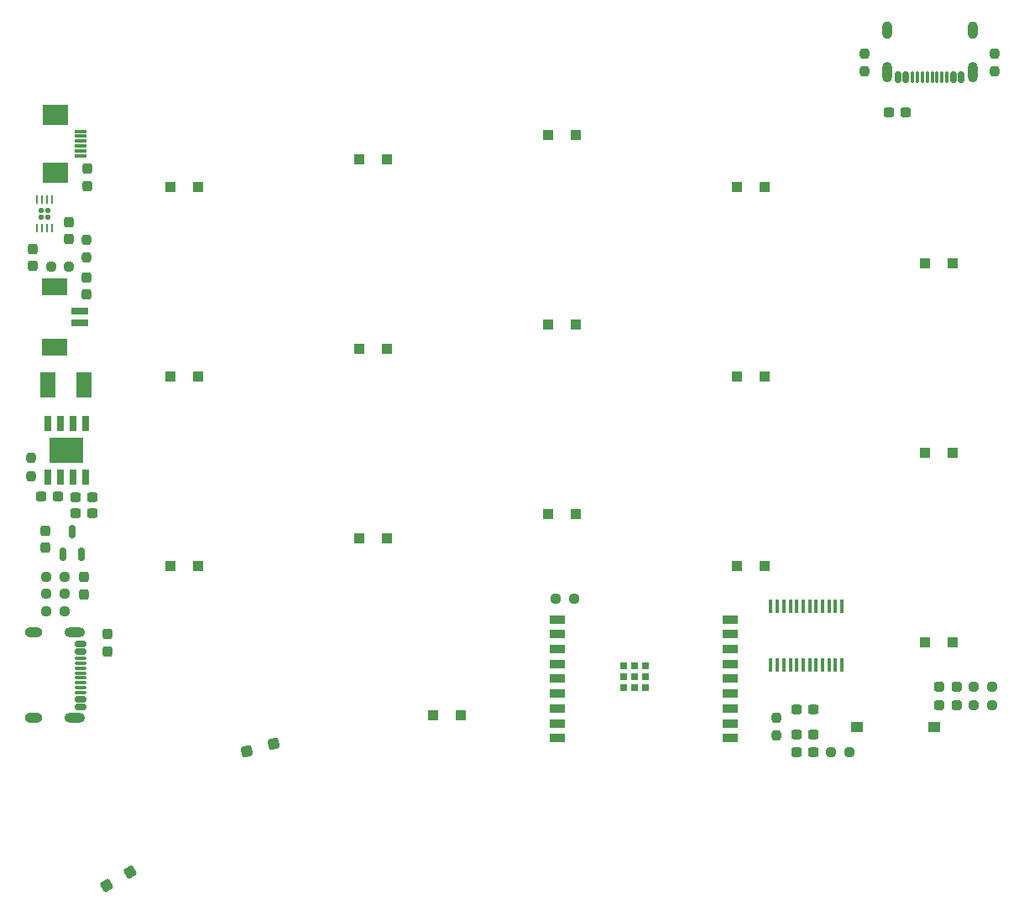
<source format=gbr>
%TF.GenerationSoftware,KiCad,Pcbnew,8.0.4*%
%TF.CreationDate,2024-08-15T01:19:59+08:00*%
%TF.ProjectId,gemini_right,67656d69-6e69-45f7-9269-6768742e6b69,rev?*%
%TF.SameCoordinates,Original*%
%TF.FileFunction,Paste,Top*%
%TF.FilePolarity,Positive*%
%FSLAX46Y46*%
G04 Gerber Fmt 4.6, Leading zero omitted, Abs format (unit mm)*
G04 Created by KiCad (PCBNEW 8.0.4) date 2024-08-15 01:19:59*
%MOMM*%
%LPD*%
G01*
G04 APERTURE LIST*
G04 Aperture macros list*
%AMRoundRect*
0 Rectangle with rounded corners*
0 $1 Rounding radius*
0 $2 $3 $4 $5 $6 $7 $8 $9 X,Y pos of 4 corners*
0 Add a 4 corners polygon primitive as box body*
4,1,4,$2,$3,$4,$5,$6,$7,$8,$9,$2,$3,0*
0 Add four circle primitives for the rounded corners*
1,1,$1+$1,$2,$3*
1,1,$1+$1,$4,$5*
1,1,$1+$1,$6,$7*
1,1,$1+$1,$8,$9*
0 Add four rect primitives between the rounded corners*
20,1,$1+$1,$2,$3,$4,$5,0*
20,1,$1+$1,$4,$5,$6,$7,0*
20,1,$1+$1,$6,$7,$8,$9,0*
20,1,$1+$1,$8,$9,$2,$3,0*%
G04 Aperture macros list end*
%ADD10RoundRect,0.250000X-0.109808X-0.409808X0.409808X-0.109808X0.109808X0.409808X-0.409808X0.109808X0*%
%ADD11RoundRect,0.140000X0.140000X-0.140000X0.140000X0.140000X-0.140000X0.140000X-0.140000X-0.140000X0*%
%ADD12RoundRect,0.062500X0.062500X-0.325000X0.062500X0.325000X-0.062500X0.325000X-0.062500X-0.325000X0*%
%ADD13R,1.250000X0.300000*%
%ADD14R,2.500000X2.000000*%
%ADD15RoundRect,0.250000X-0.300000X-0.300000X0.300000X-0.300000X0.300000X0.300000X-0.300000X0.300000X0*%
%ADD16RoundRect,0.237500X0.250000X0.237500X-0.250000X0.237500X-0.250000X-0.237500X0.250000X-0.237500X0*%
%ADD17RoundRect,0.237500X0.300000X0.237500X-0.300000X0.237500X-0.300000X-0.237500X0.300000X-0.237500X0*%
%ADD18R,0.700000X1.550000*%
%ADD19R,3.500000X2.600000*%
%ADD20RoundRect,0.237500X-0.250000X-0.237500X0.250000X-0.237500X0.250000X0.237500X-0.250000X0.237500X0*%
%ADD21RoundRect,0.237500X-0.300000X-0.237500X0.300000X-0.237500X0.300000X0.237500X-0.300000X0.237500X0*%
%ADD22RoundRect,0.150000X0.150000X-0.512500X0.150000X0.512500X-0.150000X0.512500X-0.150000X-0.512500X0*%
%ADD23RoundRect,0.237500X-0.237500X0.300000X-0.237500X-0.300000X0.237500X-0.300000X0.237500X0.300000X0*%
%ADD24R,0.450000X1.475000*%
%ADD25RoundRect,0.237500X0.237500X-0.300000X0.237500X0.300000X-0.237500X0.300000X-0.237500X-0.300000X0*%
%ADD26RoundRect,0.237500X-0.237500X0.250000X-0.237500X-0.250000X0.237500X-0.250000X0.237500X0.250000X0*%
%ADD27RoundRect,0.237500X0.287500X0.237500X-0.287500X0.237500X-0.287500X-0.237500X0.287500X-0.237500X0*%
%ADD28RoundRect,0.237500X0.237500X-0.250000X0.237500X0.250000X-0.237500X0.250000X-0.237500X-0.250000X0*%
%ADD29R,1.250000X1.000000*%
%ADD30RoundRect,0.250000X-0.212132X-0.367423X0.367423X-0.212132X0.212132X0.367423X-0.367423X0.212132X0*%
%ADD31RoundRect,0.150000X0.150000X0.425000X-0.150000X0.425000X-0.150000X-0.425000X0.150000X-0.425000X0*%
%ADD32RoundRect,0.075000X0.075000X0.500000X-0.075000X0.500000X-0.075000X-0.500000X0.075000X-0.500000X0*%
%ADD33O,1.000000X2.100000*%
%ADD34O,1.000000X1.800000*%
%ADD35R,1.500000X2.500000*%
%ADD36R,1.700000X0.700000*%
%ADD37R,2.500000X1.800000*%
%ADD38R,0.700000X0.700000*%
%ADD39R,1.500000X0.900000*%
%ADD40RoundRect,0.150000X-0.425000X0.150000X-0.425000X-0.150000X0.425000X-0.150000X0.425000X0.150000X0*%
%ADD41RoundRect,0.075000X-0.500000X0.075000X-0.500000X-0.075000X0.500000X-0.075000X0.500000X0.075000X0*%
%ADD42O,2.100000X1.000000*%
%ADD43O,1.800000X1.000000*%
G04 APERTURE END LIST*
D10*
%TO.C,D18*%
X73913787Y-127052245D03*
X76338659Y-125652245D03*
%TD*%
D11*
%TO.C,IC1*%
X67350000Y-59560000D03*
X68050000Y-59560000D03*
X67350000Y-58860000D03*
X68050000Y-58860000D03*
D12*
X66950000Y-60672500D03*
X67450000Y-60672500D03*
X67950000Y-60672500D03*
X68450000Y-60672500D03*
X68450000Y-57747500D03*
X67950000Y-57747500D03*
X67450000Y-57747500D03*
X66950000Y-57747500D03*
%TD*%
D13*
%TO.C,J1*%
X71337500Y-50875000D03*
X71337500Y-51375000D03*
X71337500Y-51875000D03*
X71337500Y-52375000D03*
X71337500Y-52875000D03*
X71337500Y-53375000D03*
D14*
X68762500Y-49185000D03*
X68762500Y-55065000D03*
%TD*%
D15*
%TO.C,D2*%
X156494228Y-83375000D03*
X159294228Y-83375000D03*
%TD*%
%TO.C,D5*%
X137494228Y-75625000D03*
X140294228Y-75625000D03*
%TD*%
D16*
%TO.C,R4*%
X121054500Y-98044000D03*
X119229500Y-98044000D03*
%TD*%
D17*
%TO.C,C8*%
X145261501Y-109220000D03*
X143536499Y-109220000D03*
%TD*%
D15*
%TO.C,D15*%
X80394228Y-94750000D03*
X83194228Y-94750000D03*
%TD*%
D17*
%TO.C,C12*%
X145261501Y-111823500D03*
X143536499Y-111823500D03*
%TD*%
D18*
%TO.C,U1*%
X71804999Y-80350000D03*
X70535000Y-80350000D03*
X69265000Y-80350000D03*
X67995001Y-80350000D03*
X67995001Y-85800000D03*
X69265000Y-85800000D03*
X70535000Y-85800000D03*
X71804999Y-85800000D03*
D19*
X69900000Y-83075000D03*
%TD*%
D20*
%TO.C,R10*%
X161428301Y-108800600D03*
X163253301Y-108800600D03*
%TD*%
D21*
%TO.C,C2*%
X70762498Y-89435000D03*
X72487500Y-89435000D03*
%TD*%
D20*
%TO.C,R9*%
X161428301Y-106965600D03*
X163253301Y-106965600D03*
%TD*%
D22*
%TO.C,U2*%
X69530001Y-93612500D03*
X71429999Y-93612500D03*
X70480000Y-91337500D03*
%TD*%
D20*
%TO.C,R8*%
X67881911Y-97570294D03*
X69706911Y-97570294D03*
%TD*%
D17*
%TO.C,C5*%
X145261501Y-113538000D03*
X143536499Y-113538000D03*
%TD*%
D15*
%TO.C,D8*%
X118444228Y-70375000D03*
X121244228Y-70375000D03*
%TD*%
%TO.C,D13*%
X80394228Y-56500000D03*
X83194228Y-56500000D03*
%TD*%
D23*
%TO.C,C11*%
X71625000Y-95893088D03*
X71625000Y-97618090D03*
%TD*%
D24*
%TO.C,IC2*%
X140951000Y-104738000D03*
X141601000Y-104738000D03*
X142251000Y-104738000D03*
X142901000Y-104738000D03*
X143551000Y-104738000D03*
X144201000Y-104738000D03*
X144851000Y-104738000D03*
X145501000Y-104738000D03*
X146151000Y-104738000D03*
X146801000Y-104738000D03*
X147451000Y-104738000D03*
X148101000Y-104738000D03*
X148101000Y-98862000D03*
X147451000Y-98862000D03*
X146801000Y-98862000D03*
X146151000Y-98862000D03*
X145501000Y-98862000D03*
X144851000Y-98862000D03*
X144201000Y-98862000D03*
X143551000Y-98862000D03*
X142901000Y-98862000D03*
X142251000Y-98862000D03*
X141601000Y-98862000D03*
X140951000Y-98862000D03*
%TD*%
D15*
%TO.C,D3*%
X156494228Y-102500000D03*
X159294228Y-102500000D03*
%TD*%
D25*
%TO.C,C6*%
X66504999Y-64487501D03*
X66504999Y-62762499D03*
%TD*%
D26*
%TO.C,R5*%
X163525001Y-43001911D03*
X163525001Y-44826911D03*
%TD*%
D15*
%TO.C,D10*%
X99444228Y-53750000D03*
X102244228Y-53750000D03*
%TD*%
D27*
%TO.C,D20*%
X159670799Y-108840600D03*
X157920801Y-108840600D03*
%TD*%
D20*
%TO.C,R7*%
X67881911Y-95835589D03*
X69706911Y-95835589D03*
%TD*%
%TO.C,R2*%
X68322500Y-64525001D03*
X70147500Y-64525001D03*
%TD*%
D25*
%TO.C,C7*%
X70164999Y-61767501D03*
X70164999Y-60042499D03*
%TD*%
D28*
%TO.C,R1*%
X66295000Y-85697498D03*
X66295000Y-83872498D03*
%TD*%
D15*
%TO.C,D7*%
X118444228Y-51250000D03*
X121244228Y-51250000D03*
%TD*%
D20*
%TO.C,R11*%
X67881911Y-99305000D03*
X69706911Y-99305000D03*
%TD*%
D29*
%TO.C,SW19*%
X149668000Y-110998000D03*
X157418000Y-110998000D03*
%TD*%
D15*
%TO.C,D12*%
X99444228Y-92000000D03*
X102244228Y-92000000D03*
%TD*%
%TO.C,D14*%
X80394228Y-75625000D03*
X83194228Y-75625000D03*
%TD*%
D25*
%TO.C,C16*%
X71875001Y-67337501D03*
X71875001Y-65612499D03*
%TD*%
D30*
%TO.C,D17*%
X88068022Y-113464094D03*
X90772614Y-112739400D03*
%TD*%
D31*
%TO.C,J2_toHost1*%
X160160000Y-45444999D03*
X159360000Y-45444999D03*
D32*
X158210000Y-45444999D03*
X157210000Y-45444999D03*
X156710000Y-45444999D03*
X155710000Y-45444999D03*
D31*
X154560000Y-45444999D03*
X153760000Y-45444999D03*
X153760000Y-45444999D03*
X154560000Y-45444999D03*
D32*
X155210000Y-45444999D03*
X156210000Y-45444999D03*
X157710000Y-45444999D03*
X158710000Y-45444999D03*
D31*
X159360000Y-45444999D03*
X160160000Y-45444999D03*
D33*
X161280000Y-44869999D03*
D34*
X161280000Y-40689999D03*
D33*
X152640000Y-44869999D03*
D34*
X152640000Y-40689999D03*
%TD*%
D26*
%TO.C,R6*%
X150394999Y-43001911D03*
X150394999Y-44826911D03*
%TD*%
D35*
%TO.C,L1*%
X67974999Y-76520000D03*
X71675001Y-76520000D03*
%TD*%
D15*
%TO.C,D16*%
X106894228Y-109850000D03*
X109694228Y-109850000D03*
%TD*%
D28*
%TO.C,R13*%
X141478000Y-111910500D03*
X141478000Y-110085500D03*
%TD*%
D16*
%TO.C,R12*%
X148867500Y-113538000D03*
X147042500Y-113538000D03*
%TD*%
D21*
%TO.C,C3*%
X70762499Y-87794411D03*
X72487501Y-87794411D03*
%TD*%
D15*
%TO.C,D1*%
X156494228Y-64250000D03*
X159294228Y-64250000D03*
%TD*%
%TO.C,D6*%
X137494228Y-94750000D03*
X140294228Y-94750000D03*
%TD*%
D23*
%TO.C,C13*%
X72005000Y-54672499D03*
X72005000Y-56397501D03*
%TD*%
D25*
%TO.C,C10*%
X67715000Y-92937502D03*
X67715000Y-91212500D03*
%TD*%
D26*
%TO.C,R3*%
X71875000Y-61812500D03*
X71875000Y-63637500D03*
%TD*%
D15*
%TO.C,D11*%
X99444228Y-72875000D03*
X102244228Y-72875000D03*
%TD*%
%TO.C,D4*%
X137494228Y-56500000D03*
X140294228Y-56500000D03*
%TD*%
D36*
%TO.C,J2*%
X71207503Y-68995000D03*
X71207503Y-70245000D03*
D37*
X68707503Y-66545000D03*
X68707503Y-72695000D03*
%TD*%
D38*
%TO.C,U3*%
X128270000Y-107061000D03*
X128270000Y-105961001D03*
X128270000Y-104861000D03*
X127170000Y-107061001D03*
X127170000Y-105961000D03*
X127170000Y-104861000D03*
X126070000Y-107061000D03*
X126070000Y-105961001D03*
X126070000Y-104861000D03*
D39*
X136880000Y-112161000D03*
X136880000Y-110661000D03*
X136880000Y-109161000D03*
X136880000Y-107661000D03*
X136880000Y-106161000D03*
X136880000Y-104661000D03*
X136880000Y-103161000D03*
X136880000Y-101661000D03*
X136880000Y-100161000D03*
X119380000Y-100161000D03*
X119380000Y-101661000D03*
X119380000Y-103161000D03*
X119380000Y-104661000D03*
X119380000Y-106161000D03*
X119380000Y-107661000D03*
X119380000Y-109161000D03*
X119380000Y-110661000D03*
X119380000Y-112161000D03*
%TD*%
D15*
%TO.C,D9*%
X118444228Y-89500000D03*
X121244228Y-89500000D03*
%TD*%
D27*
%TO.C,D19*%
X159670799Y-107005600D03*
X157920801Y-107005600D03*
%TD*%
D17*
%TO.C,C9*%
X154576912Y-48974706D03*
X152851910Y-48974706D03*
%TD*%
D40*
%TO.C,J1_toLeft1*%
X71299227Y-102620000D03*
X71299227Y-103420000D03*
D41*
X71299227Y-104570000D03*
X71299227Y-105570000D03*
X71299227Y-106070000D03*
X71299227Y-107070000D03*
D40*
X71299227Y-108220000D03*
X71299227Y-109020000D03*
X71299227Y-109020000D03*
X71299227Y-108220000D03*
D41*
X71299227Y-107570000D03*
X71299227Y-106570000D03*
X71299227Y-105070000D03*
X71299227Y-104070000D03*
D40*
X71299227Y-103420000D03*
X71299227Y-102620000D03*
D42*
X70724227Y-101500000D03*
D43*
X66544227Y-101500000D03*
D42*
X70724227Y-110140000D03*
D43*
X66544227Y-110140000D03*
%TD*%
D21*
%TO.C,C4*%
X67322498Y-87775000D03*
X69047500Y-87775000D03*
%TD*%
D25*
%TO.C,C1*%
X74055000Y-103382501D03*
X74055000Y-101657499D03*
%TD*%
M02*

</source>
